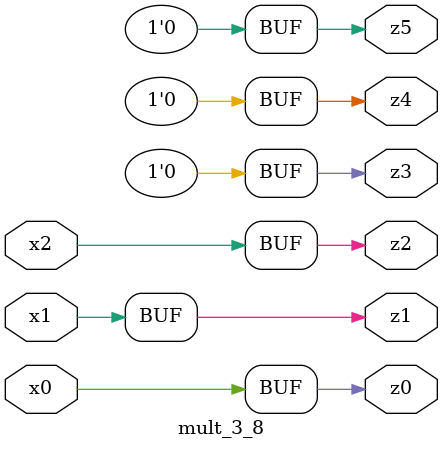
<source format=v>

module mult_3_8 ( 
    x0, x1, x2,
    z0, z1, z2, z3, z4, z5  );
  input  x0, x1, x2;
  output z0, z1, z2, z3, z4, z5;
  assign z3 = 1'b0;
  assign z0 = x0;
  assign z1 = x1;
  assign z2 = x2;
  assign z4 = 1'b0;
  assign z5 = 1'b0;
endmodule



</source>
